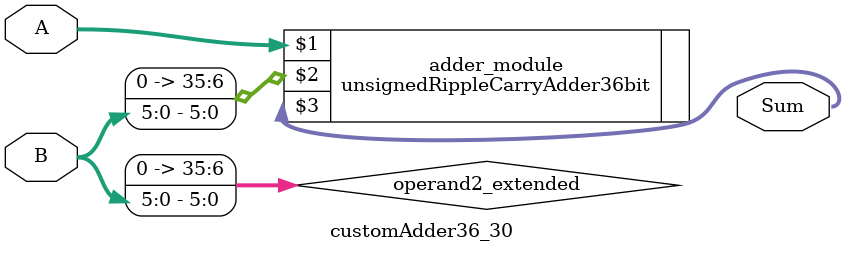
<source format=v>
module customAdder36_30(
                        input [35 : 0] A,
                        input [5 : 0] B,
                        
                        output [36 : 0] Sum
                );

        wire [35 : 0] operand2_extended;
        
        assign operand2_extended =  {30'b0, B};
        
        unsignedRippleCarryAdder36bit adder_module(
            A,
            operand2_extended,
            Sum
        );
        
        endmodule
        
</source>
